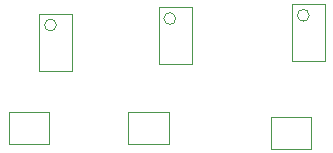
<source format=gbr>
%TF.GenerationSoftware,Altium Limited,Altium Designer,20.1.7 (139)*%
G04 Layer_Color=16711935*
%FSLAX44Y44*%
%MOMM*%
%TF.SameCoordinates,E03824B4-CBBF-40F0-B96A-956E77447FB1*%
%TF.FilePolarity,Positive*%
%TF.FileFunction,Other,Mechanical_13*%
%TF.Part,Single*%
G01*
G75*
%TA.AperFunction,NonConductor*%
%ADD55C,0.1000*%
D55*
X837000Y968250D02*
G03*
X837000Y968250I-5000J0D01*
G01*
X623000Y960000D02*
G03*
X623000Y960000I-5000J0D01*
G01*
X724000Y965500D02*
G03*
X724000Y965500I-5000J0D01*
G01*
X822500Y929750D02*
Y977750D01*
X850500Y929750D02*
Y977750D01*
X822500D02*
X850500D01*
X822500Y929750D02*
X850500D01*
X684000Y859250D02*
X718000D01*
X684000Y886250D02*
X718000D01*
Y859250D02*
Y886250D01*
X684000Y859250D02*
Y886250D01*
X582500Y859250D02*
X616500D01*
X582500Y886250D02*
X616500D01*
Y859250D02*
Y886250D01*
X582500Y859250D02*
Y886250D01*
X804750Y855250D02*
X838750D01*
X804750Y882250D02*
X838750D01*
Y855250D02*
Y882250D01*
X804750Y855250D02*
Y882250D01*
X608500Y921500D02*
X636500D01*
X608500Y969500D02*
X636500D01*
Y921500D02*
Y969500D01*
X608500Y921500D02*
Y969500D01*
X709500Y927000D02*
X737500D01*
X709500Y975000D02*
X737500D01*
Y927000D02*
Y975000D01*
X709500Y927000D02*
Y975000D01*
%TF.MD5,ef41d30351e302fd0d0a222e42b103c1*%
M02*

</source>
